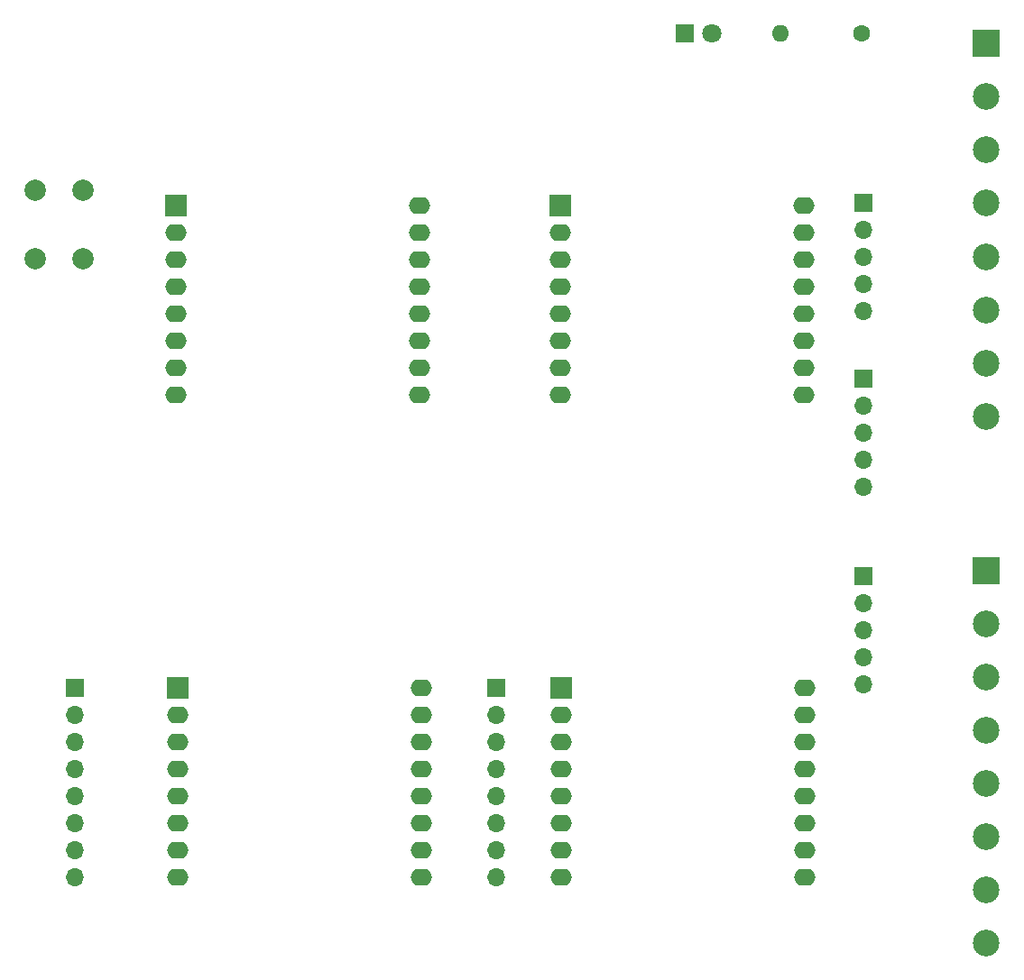
<source format=gbr>
%TF.GenerationSoftware,KiCad,Pcbnew,8.0.3*%
%TF.CreationDate,2024-07-29T20:38:45-07:00*%
%TF.ProjectId,First,46697273-742e-46b6-9963-61645f706362,rev?*%
%TF.SameCoordinates,Original*%
%TF.FileFunction,Soldermask,Bot*%
%TF.FilePolarity,Negative*%
%FSLAX46Y46*%
G04 Gerber Fmt 4.6, Leading zero omitted, Abs format (unit mm)*
G04 Created by KiCad (PCBNEW 8.0.3) date 2024-07-29 20:38:45*
%MOMM*%
%LPD*%
G01*
G04 APERTURE LIST*
%ADD10R,1.700000X1.700000*%
%ADD11O,1.700000X1.700000*%
%ADD12R,2.000000X2.000000*%
%ADD13O,2.000000X1.600000*%
%ADD14C,1.600000*%
%ADD15O,1.600000X1.600000*%
%ADD16R,2.500000X2.500000*%
%ADD17C,2.500000*%
%ADD18C,2.000000*%
%ADD19R,1.800000X1.800000*%
%ADD20C,1.800000*%
G04 APERTURE END LIST*
D10*
%TO.C,J8*%
X181500000Y-111000000D03*
D11*
X181500000Y-113540000D03*
X181500000Y-116080000D03*
X181500000Y-118620000D03*
X181500000Y-121160000D03*
%TD*%
D12*
%TO.C,U4*%
X153000000Y-76220000D03*
D13*
X153000000Y-78760000D03*
X153000000Y-81300000D03*
X153000000Y-83840000D03*
X153000000Y-86380000D03*
X153000000Y-88920000D03*
X153000000Y-91460000D03*
X153000000Y-94000000D03*
X175860000Y-94000000D03*
X175860000Y-91460000D03*
X175860000Y-88920000D03*
X175860000Y-86380000D03*
X175860000Y-83840000D03*
X175860000Y-81300000D03*
X175860000Y-78760000D03*
X175860000Y-76220000D03*
%TD*%
D12*
%TO.C,U1*%
X117140000Y-121500000D03*
D13*
X117140000Y-124040000D03*
X117140000Y-126580000D03*
X117140000Y-129120000D03*
X117140000Y-131660000D03*
X117140000Y-134200000D03*
X117140000Y-136740000D03*
X117140000Y-139280000D03*
X140000000Y-139280000D03*
X140000000Y-136740000D03*
X140000000Y-134200000D03*
X140000000Y-131660000D03*
X140000000Y-129120000D03*
X140000000Y-126580000D03*
X140000000Y-124040000D03*
X140000000Y-121500000D03*
%TD*%
D14*
%TO.C,R1*%
X181310000Y-60000000D03*
D15*
X173690000Y-60000000D03*
%TD*%
D16*
%TO.C,J4*%
X193000000Y-110500000D03*
D17*
X193000000Y-115500000D03*
X193000000Y-120500000D03*
X193000000Y-125500000D03*
X193000000Y-130500000D03*
X193000000Y-135500000D03*
X193000000Y-140500000D03*
X193000000Y-145500000D03*
%TD*%
D16*
%TO.C,J3*%
X193000000Y-61000000D03*
D17*
X193000000Y-66000000D03*
X193000000Y-71000000D03*
X193000000Y-76000000D03*
X193000000Y-81000000D03*
X193000000Y-86000000D03*
X193000000Y-91000000D03*
X193000000Y-96000000D03*
%TD*%
D12*
%TO.C,U2*%
X153140000Y-121500000D03*
D13*
X153140000Y-124040000D03*
X153140000Y-126580000D03*
X153140000Y-129120000D03*
X153140000Y-131660000D03*
X153140000Y-134200000D03*
X153140000Y-136740000D03*
X153140000Y-139280000D03*
X176000000Y-139280000D03*
X176000000Y-136740000D03*
X176000000Y-134200000D03*
X176000000Y-131660000D03*
X176000000Y-129120000D03*
X176000000Y-126580000D03*
X176000000Y-124040000D03*
X176000000Y-121500000D03*
%TD*%
D10*
%TO.C,J2*%
X147000000Y-121515000D03*
D11*
X147000000Y-124055000D03*
X147000000Y-126595000D03*
X147000000Y-129135000D03*
X147000000Y-131675000D03*
X147000000Y-134215000D03*
X147000000Y-136755000D03*
X147000000Y-139295000D03*
%TD*%
D12*
%TO.C,U3*%
X117000000Y-76220000D03*
D13*
X117000000Y-78760000D03*
X117000000Y-81300000D03*
X117000000Y-83840000D03*
X117000000Y-86380000D03*
X117000000Y-88920000D03*
X117000000Y-91460000D03*
X117000000Y-94000000D03*
X139860000Y-94000000D03*
X139860000Y-91460000D03*
X139860000Y-88920000D03*
X139860000Y-86380000D03*
X139860000Y-83840000D03*
X139860000Y-81300000D03*
X139860000Y-78760000D03*
X139860000Y-76220000D03*
%TD*%
D10*
%TO.C,J1*%
X107500000Y-121515000D03*
D11*
X107500000Y-124055000D03*
X107500000Y-126595000D03*
X107500000Y-129135000D03*
X107500000Y-131675000D03*
X107500000Y-134215000D03*
X107500000Y-136755000D03*
X107500000Y-139295000D03*
%TD*%
D18*
%TO.C,SW1*%
X103750000Y-81250000D03*
X103750000Y-74750000D03*
X108250000Y-81250000D03*
X108250000Y-74750000D03*
%TD*%
D10*
%TO.C,J6*%
X181500000Y-76000000D03*
D11*
X181500000Y-78540000D03*
X181500000Y-81080000D03*
X181500000Y-83620000D03*
X181500000Y-86160000D03*
%TD*%
D10*
%TO.C,J5*%
X181500000Y-92500000D03*
D11*
X181500000Y-95040000D03*
X181500000Y-97580000D03*
X181500000Y-100120000D03*
X181500000Y-102660000D03*
%TD*%
D19*
%TO.C,D1*%
X164725000Y-60000000D03*
D20*
X167265000Y-60000000D03*
%TD*%
M02*

</source>
